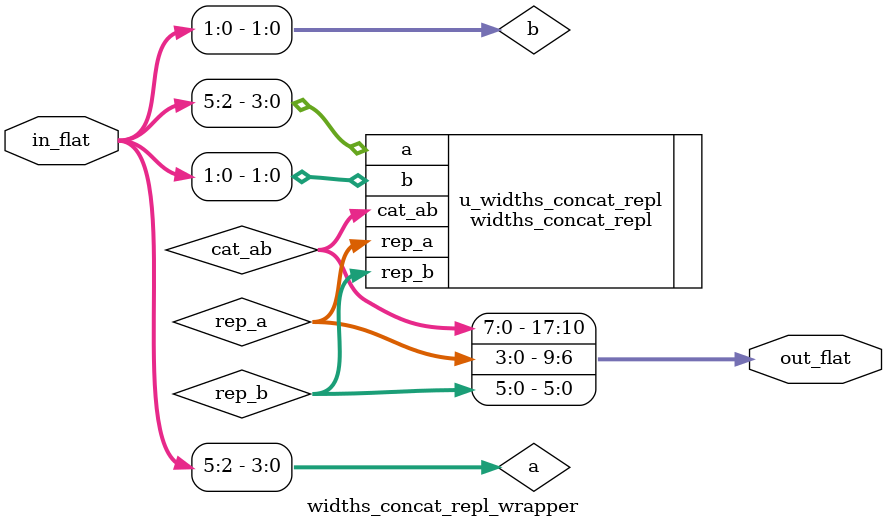
<source format=sv>
`include "widths_concat_repl.sv"

module widths_concat_repl_wrapper (
    input  wire [5:0] in_flat,
    output wire [17:0] out_flat
);

  // Slice `in_flat` into original inputs
  wire [3:0] a = in_flat[5:2];
  wire [1:0] b = in_flat[1:0];

  // Wires to capture original module outputs
  wire [7:0] cat_ab;
  wire [3:0] rep_a;
  wire [5:0] rep_b;

  // Instantiate the original module
  widths_concat_repl u_widths_concat_repl (
    .a(a),
    .b(b),
    .cat_ab(cat_ab),
    .rep_a(rep_a),
    .rep_b(rep_b)
  );

  // Pack original outputs into `out_flat`
  assign out_flat[17:10] = cat_ab;
  assign out_flat[9:6] = rep_a;
  assign out_flat[5:0] = rep_b;

endmodule  // widths_concat_repl_wrapper
</source>
